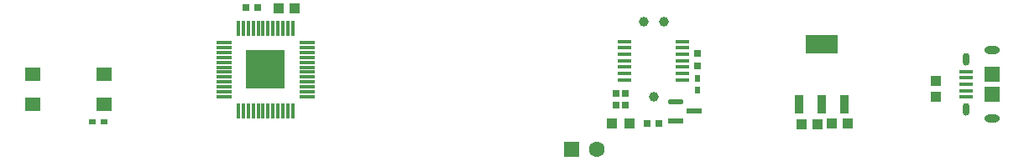
<source format=gbr>
%TF.GenerationSoftware,Altium Limited,Altium NEXUS,2.1.9 (83)*%
G04 Layer_Color=255*
%FSLAX44Y44*%
%MOMM*%
%TF.FileFunction,Pads,Top*%
%TF.Part,Single*%
G01*
G75*
%TA.AperFunction,SMDPad,CuDef*%
%ADD11R,1.1000X1.0000*%
%ADD12R,1.4620X0.3548*%
%ADD13R,4.0000X4.0000*%
G04:AMPARAMS|DCode=14|XSize=1.56mm|YSize=0.28mm|CornerRadius=0.035mm|HoleSize=0mm|Usage=FLASHONLY|Rotation=0.000|XOffset=0mm|YOffset=0mm|HoleType=Round|Shape=RoundedRectangle|*
%AMROUNDEDRECTD14*
21,1,1.5600,0.2100,0,0,0.0*
21,1,1.4900,0.2800,0,0,0.0*
1,1,0.0700,0.7450,-0.1050*
1,1,0.0700,-0.7450,-0.1050*
1,1,0.0700,-0.7450,0.1050*
1,1,0.0700,0.7450,0.1050*
%
%ADD14ROUNDEDRECTD14*%
G04:AMPARAMS|DCode=15|XSize=1.56mm|YSize=0.28mm|CornerRadius=0.035mm|HoleSize=0mm|Usage=FLASHONLY|Rotation=90.000|XOffset=0mm|YOffset=0mm|HoleType=Round|Shape=RoundedRectangle|*
%AMROUNDEDRECTD15*
21,1,1.5600,0.2100,0,0,90.0*
21,1,1.4900,0.2800,0,0,90.0*
1,1,0.0700,0.1050,0.7450*
1,1,0.0700,0.1050,-0.7450*
1,1,0.0700,-0.1050,-0.7450*
1,1,0.0700,-0.1050,0.7450*
%
%ADD15ROUNDEDRECTD15*%
%ADD16R,1.0000X1.0000*%
%ADD17R,0.8000X0.6000*%
%ADD18R,1.3500X0.4000*%
%ADD19R,1.5500X1.5000*%
%ADD20R,0.8000X0.7000*%
%ADD21R,1.5500X0.5500*%
G04:AMPARAMS|DCode=22|XSize=0.55mm|YSize=1.55mm|CornerRadius=0mm|HoleSize=0mm|Usage=FLASHONLY|Rotation=90.000|XOffset=0mm|YOffset=0mm|HoleType=Round|Shape=Octagon|*
%AMOCTAGOND22*
4,1,8,-0.7750,-0.1375,-0.7750,0.1375,-0.6375,0.2750,0.6375,0.2750,0.7750,0.1375,0.7750,-0.1375,0.6375,-0.2750,-0.6375,-0.2750,-0.7750,-0.1375,0.0*
%
%ADD22OCTAGOND22*%

%ADD23R,3.1900X1.8600*%
%ADD24R,0.9000X1.8600*%
%ADD25R,1.6000X1.4000*%
%ADD26R,0.7000X0.8000*%
%ADD27R,0.6000X0.8000*%
%ADD28R,1.0000X1.0000*%
%TA.AperFunction,ComponentPad*%
%ADD32C,1.6000*%
%ADD33R,1.6000X1.6000*%
%ADD34C,1.0000*%
%ADD35O,0.6500X1.3000*%
%ADD36O,1.5500X0.7750*%
D11*
X1431500Y384660D02*
D03*
X1448500D02*
D03*
D12*
X1502500Y468170D02*
D03*
Y461667D02*
D03*
Y455165D02*
D03*
Y448662D02*
D03*
Y442160D02*
D03*
Y435658D02*
D03*
Y429155D02*
D03*
X1444080D02*
D03*
Y435658D02*
D03*
Y442160D02*
D03*
Y448662D02*
D03*
Y455165D02*
D03*
Y461667D02*
D03*
Y468170D02*
D03*
D13*
X1081750Y439500D02*
D03*
D14*
X1123550Y467000D02*
D03*
Y462000D02*
D03*
Y457000D02*
D03*
Y452000D02*
D03*
Y447000D02*
D03*
Y442000D02*
D03*
Y437000D02*
D03*
Y432000D02*
D03*
Y427000D02*
D03*
Y422000D02*
D03*
Y417000D02*
D03*
Y412000D02*
D03*
X1039950D02*
D03*
Y417000D02*
D03*
Y422000D02*
D03*
Y427000D02*
D03*
Y432000D02*
D03*
Y437000D02*
D03*
Y442000D02*
D03*
Y447000D02*
D03*
Y452000D02*
D03*
Y457000D02*
D03*
Y462000D02*
D03*
Y467000D02*
D03*
D15*
X1054250Y481300D02*
D03*
X1059250D02*
D03*
X1064250D02*
D03*
X1069250D02*
D03*
X1074250D02*
D03*
X1079250D02*
D03*
X1084250D02*
D03*
X1089250D02*
D03*
X1094250D02*
D03*
X1099250D02*
D03*
X1104250D02*
D03*
X1109250D02*
D03*
Y397700D02*
D03*
X1104250D02*
D03*
X1099250D02*
D03*
X1094250D02*
D03*
X1089250D02*
D03*
X1084250D02*
D03*
X1079250D02*
D03*
X1074250D02*
D03*
X1069250D02*
D03*
X1064250D02*
D03*
X1059250D02*
D03*
X1054250D02*
D03*
D16*
X1095000Y501500D02*
D03*
X1111000D02*
D03*
X1622500Y384410D02*
D03*
X1638500D02*
D03*
X1653250Y384660D02*
D03*
X1669250D02*
D03*
D17*
X907000Y386660D02*
D03*
X919000D02*
D03*
D18*
X1788000Y411660D02*
D03*
Y418160D02*
D03*
Y424660D02*
D03*
Y431160D02*
D03*
Y437660D02*
D03*
D19*
X1815000Y414660D02*
D03*
Y434660D02*
D03*
D20*
X1061750Y502500D02*
D03*
X1073750D02*
D03*
X1478500Y384660D02*
D03*
X1466500D02*
D03*
D21*
X1514250Y397160D02*
D03*
X1495750Y387660D02*
D03*
D22*
Y406660D02*
D03*
D23*
X1642500Y465410D02*
D03*
D24*
X1665500Y403910D02*
D03*
X1642500D02*
D03*
X1619500D02*
D03*
D25*
X846500Y404660D02*
D03*
X918500D02*
D03*
X846500Y434660D02*
D03*
X918500D02*
D03*
D26*
X1435000Y403660D02*
D03*
Y415660D02*
D03*
X1445000Y403660D02*
D03*
Y415660D02*
D03*
X1517500Y443660D02*
D03*
Y455660D02*
D03*
D27*
X1517500Y430660D02*
D03*
Y418660D02*
D03*
D28*
X1757500Y427660D02*
D03*
Y411660D02*
D03*
D32*
X1415500Y358660D02*
D03*
D33*
X1390100D02*
D03*
D34*
X1463500Y487960D02*
D03*
X1473650Y411760D02*
D03*
X1483800Y487960D02*
D03*
D35*
X1788000Y399660D02*
D03*
Y449660D02*
D03*
D36*
X1815000Y389660D02*
D03*
Y459660D02*
D03*
%TF.MD5,7b372faa0ee3ca2a41b5886896d3aa84*%
M02*

</source>
